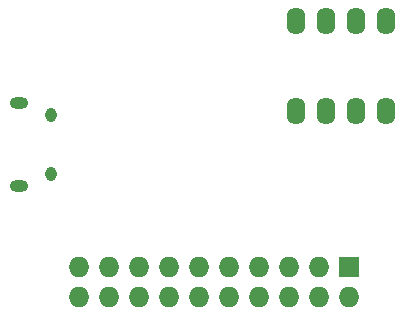
<source format=gbr>
G04 #@! TF.FileFunction,Soldermask,Bot*
%FSLAX46Y46*%
G04 Gerber Fmt 4.6, Leading zero omitted, Abs format (unit mm)*
G04 Created by KiCad (PCBNEW 4.0.2+dfsg1-stable) date Thu 21 Jul 2016 12:34:14 PM COT*
%MOMM*%
G01*
G04 APERTURE LIST*
%ADD10C,0.100000*%
%ADD11R,1.727200X1.727200*%
%ADD12O,1.727200X1.727200*%
%ADD13O,0.950000X1.250000*%
%ADD14O,1.550000X1.000000*%
%ADD15O,1.600000X2.300000*%
G04 APERTURE END LIST*
D10*
D11*
X172085000Y-91440000D03*
D12*
X172085000Y-93980000D03*
X169545000Y-91440000D03*
X169545000Y-93980000D03*
X167005000Y-91440000D03*
X167005000Y-93980000D03*
X164465000Y-91440000D03*
X164465000Y-93980000D03*
X161925000Y-91440000D03*
X161925000Y-93980000D03*
X159385000Y-91440000D03*
X159385000Y-93980000D03*
X156845000Y-91440000D03*
X156845000Y-93980000D03*
X154305000Y-91440000D03*
X154305000Y-93980000D03*
X151765000Y-91440000D03*
X151765000Y-93980000D03*
X149225000Y-91440000D03*
X149225000Y-93980000D03*
D13*
X146850540Y-78525100D03*
X146850540Y-83525100D03*
D14*
X144150540Y-77525100D03*
X144150540Y-84525100D03*
D15*
X175260000Y-70612000D03*
X172720000Y-70612000D03*
X170180000Y-70612000D03*
X167640000Y-70612000D03*
X167640000Y-78232000D03*
X170180000Y-78232000D03*
X172720000Y-78232000D03*
X175260000Y-78232000D03*
M02*

</source>
